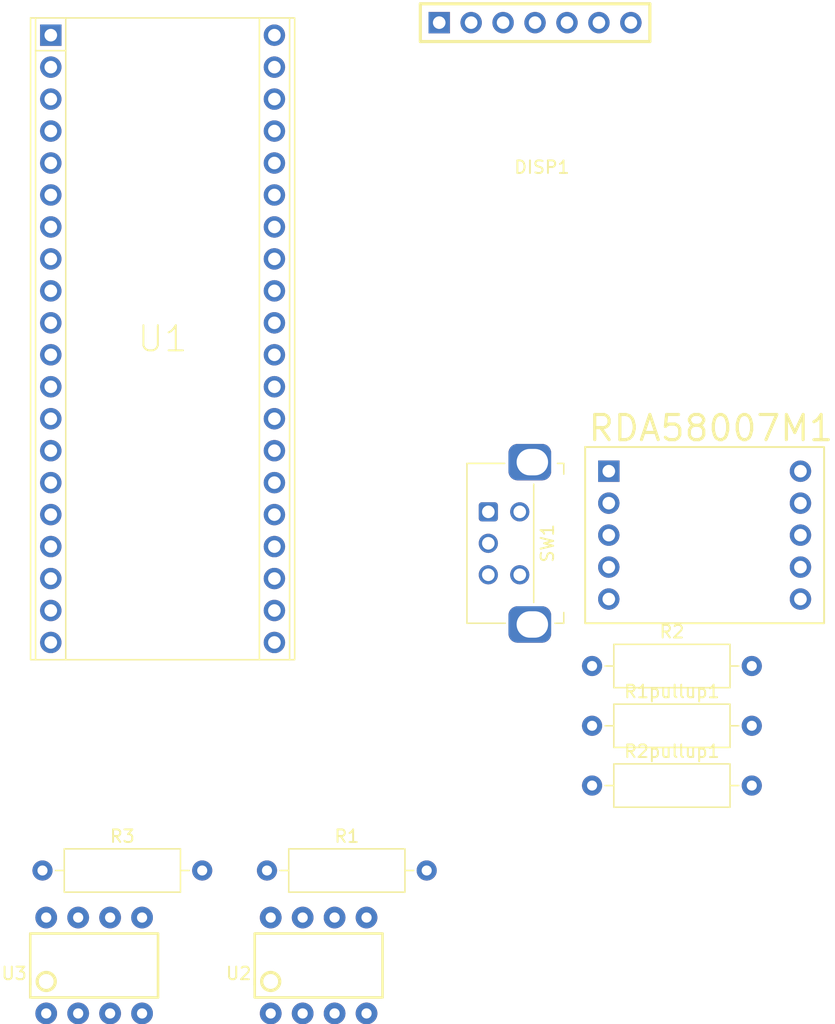
<source format=kicad_pcb>
(kicad_pcb (version 20240108) (generator "pcbnew") (generator_version "8.0")
  (layers (0 "F.Cu" signal) (31 "B.Cu" signal) (34 "B.Paste" user) (35 "F.Paste" user) (36 "B.SilkS" user "B.Silkscreen") (37 "F.SilkS" user "F.Silkscreen") (38 "B.Mask" user) (39 "F.Mask" user) (44 "Edge.Cuts" user))
  (net 0 "")
  (net 1 "+3.3V")
  (net 2 "GPIO6")
  (net 3 "GPIO2")
  (net 4 "GPIO5")
  (net 5 "GPIO3")
  (net 6 "GPIO4")
  (net 7 "GND")
  (net 8 "GPIO27")
  (net 9 "Net-(D1-K)")
  (net 11 "/amplifierR1/IN")
  (net 13 "/amplifierR/IN")
  (net 15 "Net-(AE1-A)")
  (net 16 "GPIO26")
  (net 17 "GPIO18")
  (net 18 "GPIO20")
  (net 19 "GPIO19")
  (net 26 "+5V")
  (net 48 "Net-(C3-Pad2)")
  (net 49 "Net-(U2-+)")
  (net 52 "Net-(C3-Pad1)")
  (net 54 "Net-(C7-Pad2)")
  (net 55 "Net-(C7-Pad1)")
  (net 59 "Net-(U3-+)")
  (footprint "ECE:OLED_Display_1.3" (layer "F.Cu") (at 22.5 33.75)
    (property "Reference" "DISP1" (at 18.29 -20.46 0) (layer "F.SilkS"))
    (property "Value" "OLED Display")
    (fp_line (start 8.62 -33.45) (end 8.62 -30.45) (stroke (width 0.25)) (layer "F.SilkS"))
    (fp_line (start 26.87 -33.45) (end 8.62 -33.45) (stroke (width 0.25)) (layer "F.SilkS"))
    (fp_line (start 26.87 -33.45) (end 26.87 -30.45) (stroke (width 0.25)) (layer "F.SilkS"))
    (fp_line (start 26.87 -30.45) (end 8.62 -30.45) (stroke (width 0.25)) (layer "F.SilkS"))
    (pad "1" thru_hole rect (at 10.12 -31.95 270) (size 1.7 1.7) (drill 1) (layers "*.Cu" "*.Mask") (net 7 "GND"))
    (pad "2" thru_hole circle (at 12.66 -31.95 270) (size 1.7 1.7) (drill 1) (layers "*.Cu" "*.Mask") (net 1 "+3.3V"))
    (pad "3" thru_hole circle (at 15.2 -31.95 270) (size 1.7 1.7) (drill 1) (layers "*.Cu" "*.Mask") (net 3 "GPIO2"))
    (pad "4" thru_hole circle (at 17.74 -31.95 270) (size 1.7 1.7) (drill 1) (layers "*.Cu" "*.Mask") (net 5 "GPIO3"))
    (pad "5" thru_hole circle (at 20.28 -31.95 270) (size 1.7 1.7) (drill 1) (layers "*.Cu" "*.Mask") (net 6 "GPIO4"))
    (pad "6" thru_hole circle (at 22.82 -31.95 270) (size 1.7 1.7) (drill 1) (layers "*.Cu" "*.Mask") (net 4 "GPIO5"))
    (pad "7" thru_hole circle (at 25.36 -31.95 270) (size 1.7 1.7) (drill 1) (layers "*.Cu" "*.Mask") (net 2 "GPIO6"))
  )
  (footprint "ECE:DIP08" (layer "F.Cu") (at 23.0316 76.7236)
    (property "Reference" "U2" (at -6.35929 0.63592 180) (layer "F.SilkS") (effects (font (size 1.001465 1.001465))))
    (property "Value" "LM386")
    (fp_line (start -5.08 -2.54) (end -5.08 1.524) (stroke (width 0.2032)) (layer "F.SilkS"))
    (fp_line (start -5.08 -2.54) (end 5.08 -2.54) (stroke (width 0.2032)) (layer "F.SilkS"))
    (fp_line (start -5.08 1.524) (end -5.08 1.016) (stroke (width 0.2032)) (layer "F.SilkS"))
    (fp_line (start -5.08 2.54) (end -5.08 1.524) (stroke (width 0.2032)) (layer "F.SilkS"))
    (fp_line (start -5.08 2.54) (end 5.08 2.54) (stroke (width 0.2032)) (layer "F.SilkS"))
    (fp_line (start 5.08 -2.54) (end 5.08 2.54) (stroke (width 0.2032)) (layer "F.SilkS"))
    (fp_circle (center -3.81 1.27) (end -3.0916 1.27) (stroke (width 0.254)) (fill none) (layer "F.SilkS"))
    (pad "1" thru_hole circle (at -3.81 3.81) (size 1.7272 1.7272) (drill 0.8128) (layers "*.Cu" "*.Mask"))
    (pad "2" thru_hole circle (at -1.27 3.81) (size 1.7272 1.7272) (drill 0.8128) (layers "*.Cu" "*.Mask") (net 7 "GND"))
    (pad "3" thru_hole circle (at 1.27 3.81) (size 1.7272 1.7272) (drill 0.8128) (layers "*.Cu" "*.Mask") (net 49 "Net-(U2-+)"))
    (pad "4" thru_hole circle (at 3.81 3.81) (size 1.7272 1.7272) (drill 0.8128) (layers "*.Cu" "*.Mask") (net 7 "GND"))
    (pad "5" thru_hole circle (at 3.81 -3.81) (size 1.7272 1.7272) (drill 0.8128) (layers "*.Cu" "*.Mask") (net 52 "Net-(C3-Pad1)"))
    (pad "6" thru_hole circle (at 1.27 -3.81) (size 1.7272 1.7272) (drill 0.8128) (layers "*.Cu" "*.Mask") (net 26 "+5V"))
    (pad "7" thru_hole circle (at -1.27 -3.81) (size 1.7272 1.7272) (drill 0.8128) (layers "*.Cu" "*.Mask"))
    (pad "8" thru_hole circle (at -3.81 -3.81) (size 1.7272 1.7272) (drill 0.8128) (layers "*.Cu" "*.Mask"))
  )
  (footprint "ECE:RDA5807M_Module_TH" (layer "F.Cu") (at 53.725 42.525)
    (property "Reference" "RDA58007M1" (at 0.5 -8.5 0) (layer "F.SilkS") (effects (font (size 2 2) (thickness 0.25))))
    (property "Value" "~")
    (fp_rect (start -9.5 -7) (end 9.5 7) (stroke (width 0.15)) (fill none) (layer "F.SilkS"))
    (pad "1" thru_hole rect (at -7.62 -5.08 180) (size 1.7 1.7) (drill 1) (layers "*.Cu" "*.Mask") (net 16 "GPIO26"))
    (pad "2" thru_hole circle (at -7.62 -2.54 180) (size 1.7 1.7) (drill 1) (layers "*.Cu" "*.Mask") (net 8 "GPIO27"))
    (pad "3" thru_hole circle (at -7.62 0 180) (size 1.7 1.7) (drill 1) (layers "*.Cu" "*.Mask"))
    (pad "4" thru_hole circle (at -7.62 2.54 180) (size 1.7 1.7) (drill 1) (layers "*.Cu" "*.Mask"))
    (pad "5" thru_hole circle (at -7.62 5.08 180) (size 1.7 1.7) (drill 1) (layers "*.Cu" "*.Mask") (net 1 "+3.3V"))
    (pad "6" thru_hole circle (at 7.62 5.08 180) (size 1.7 1.7) (drill 1) (layers "*.Cu" "*.Mask") (net 7 "GND"))
    (pad "7" thru_hole circle (at 7.62 2.54 180) (size 1.7 1.7) (drill 1) (layers "*.Cu" "*.Mask") (net 13 "/amplifierR/IN"))
    (pad "8" thru_hole circle (at 7.62 0 180) (size 1.7 1.7) (drill 1) (layers "*.Cu" "*.Mask") (net 11 "/amplifierR1/IN"))
    (pad "9" thru_hole circle (at 7.62 -2.54 180) (size 1.7 1.7) (drill 1) (layers "*.Cu" "*.Mask"))
    (pad "10" thru_hole circle (at 7.62 -5.08 180) (size 1.7 1.7) (drill 1) (layers "*.Cu" "*.Mask") (net 15 "Net-(AE1-A)"))
  )
  (footprint "Resistor_THT:R_Axial_DIN0309_L9.0mm_D3.2mm_P12.70mm_Horizontal" (layer "F.Cu") (at 44.775 52.925)
    (property "Reference" "R2" (at 6.35 -2.72 0) (layer "F.SilkS"))
    (property "Value" "R")
    (fp_line (start 1.04 0) (end 1.73 0) (stroke (width 0.12)) (layer "F.SilkS"))
    (fp_line (start 1.73 -1.72) (end 1.73 1.72) (stroke (width 0.12)) (layer "F.SilkS"))
    (fp_line (start 1.73 1.72) (end 10.97 1.72) (stroke (width 0.12)) (layer "F.SilkS"))
    (fp_line (start 10.97 -1.72) (end 1.73 -1.72) (stroke (width 0.12)) (layer "F.SilkS"))
    (fp_line (start 10.97 1.72) (end 10.97 -1.72) (stroke (width 0.12)) (layer "F.SilkS"))
    (fp_line (start 11.66 0) (end 10.97 0) (stroke (width 0.12)) (layer "F.SilkS"))
    (pad "1" thru_hole circle (at 0 0) (size 1.6 1.6) (drill 0.8) (layers "*.Cu" "*.Mask") (net 9 "Net-(D1-K)"))
    (pad "2" thru_hole oval (at 12.7 0) (size 1.6 1.6) (drill 0.8) (layers "*.Cu" "*.Mask") (net 7 "GND"))
  )
  (footprint "ECE:DIP08" (layer "F.Cu") (at 5.1816 76.7236)
    (property "Reference" "U3" (at -6.35929 0.63592 180) (layer "F.SilkS") (effects (font (size 1.001465 1.001465))))
    (property "Value" "LM386")
    (fp_line (start -5.08 -2.54) (end -5.08 1.524) (stroke (width 0.2032)) (layer "F.SilkS"))
    (fp_line (start -5.08 -2.54) (end 5.08 -2.54) (stroke (width 0.2032)) (layer "F.SilkS"))
    (fp_line (start -5.08 1.524) (end -5.08 1.016) (stroke (width 0.2032)) (layer "F.SilkS"))
    (fp_line (start -5.08 2.54) (end -5.08 1.524) (stroke (width 0.2032)) (layer "F.SilkS"))
    (fp_line (start -5.08 2.54) (end 5.08 2.54) (stroke (width 0.2032)) (layer "F.SilkS"))
    (fp_line (start 5.08 -2.54) (end 5.08 2.54) (stroke (width 0.2032)) (layer "F.SilkS"))
    (fp_circle (center -3.81 1.27) (end -3.0916 1.27) (stroke (width 0.254)) (fill none) (layer "F.SilkS"))
    (pad "1" thru_hole circle (at -3.81 3.81) (size 1.7272 1.7272) (drill 0.8128) (layers "*.Cu" "*.Mask"))
    (pad "2" thru_hole circle (at -1.27 3.81) (size 1.7272 1.7272) (drill 0.8128) (layers "*.Cu" "*.Mask") (net 7 "GND"))
    (pad "3" thru_hole circle (at 1.27 3.81) (size 1.7272 1.7272) (drill 0.8128) (layers "*.Cu" "*.Mask") (net 59 "Net-(U3-+)"))
    (pad "4" thru_hole circle (at 3.81 3.81) (size 1.7272 1.7272) (drill 0.8128) (layers "*.Cu" "*.Mask") (net 7 "GND"))
    (pad "5" thru_hole circle (at 3.81 -3.81) (size 1.7272 1.7272) (drill 0.8128) (layers "*.Cu" "*.Mask") (net 55 "Net-(C7-Pad1)"))
    (pad "6" thru_hole circle (at 1.27 -3.81) (size 1.7272 1.7272) (drill 0.8128) (layers "*.Cu" "*.Mask") (net 26 "+5V"))
    (pad "7" thru_hole circle (at -1.27 -3.81) (size 1.7272 1.7272) (drill 0.8128) (layers "*.Cu" "*.Mask"))
    (pad "8" thru_hole circle (at -3.81 -3.81) (size 1.7272 1.7272) (drill 0.8128) (layers "*.Cu" "*.Mask"))
  )
  (footprint "Rotary_Encoder:RotaryEncoder_Bourns_Horizontal_PEC12R-2x17F-Sxxxx" (layer "F.Cu") (at 36.525 40.675)
    (property "Reference" "SW1" (at 4.7 2.5 -90) (layer "F.SilkS"))
    (property "Value" "RotaryEncoder_Switch")
    (fp_line (start -1.7 -3.85) (end -1.7 8.85) (stroke (width 0.12)) (layer "F.SilkS"))
    (fp_line (start -1.7 8.85) (end 1.35 8.85) (stroke (width 0.12)) (layer "F.SilkS"))
    (fp_line (start 1.3 -3.85) (end -1.7 -3.85) (stroke (width 0.12)) (layer "F.SilkS"))
    (fp_line (start 3.61 -2.2) (end 3.61 7.2) (stroke (width 0.12)) (layer "F.SilkS"))
    (fp_line (start 5.3 8.85) (end 6 8.85) (stroke (width 0.12)) (layer "F.SilkS"))
    (fp_line (start 6 -3.85) (end 5.5 -3.85) (stroke (width 0.12)) (layer "F.SilkS"))
    (fp_line (start 6 -3) (end 6 -3.85) (stroke (width 0.12)) (layer "F.SilkS"))
    (fp_line (start 6 8.85) (end 6 8) (stroke (width 0.12)) (layer "F.SilkS"))
    (pad "A" thru_hole roundrect (at 0 0 270) (size 1.524 1.524) (drill 1) (layers "*.Cu" "*.Mask") (roundrect_rratio 0.1640419948) (net 17 "GPIO18"))
    (pad "B" thru_hole circle (at 0 5 270) (size 1.524 1.524) (drill 1) (layers "*.Cu" "*.Mask") (net 19 "GPIO19"))
    (pad "C" thru_hole circle (at 0 2.5 270) (size 1.524 1.524) (drill 1) (layers "*.Cu" "*.Mask") (net 1 "+3.3V"))
    (pad "S1" thru_hole circle (at 2.5 0 270) (size 1.524 1.524) (drill 1) (layers "*.Cu" "*.Mask") (net 18 "GPIO20"))
    (pad "S2" thru_hole circle (at 2.5 5 270) (size 1.524 1.524) (drill 1) (layers "*.Cu" "*.Mask") (net 7 "GND"))
    (pad "SH" thru_hole roundrect (at 3.5 -3.95 180) (size 3.4 2.9) (drill oval 2.5 2.1 (offset 0.2 0)) (layers "*.Cu" "*.Mask"))
    (pad "SH" thru_hole roundrect (at 3.5 8.95 180) (size 3.4 2.9) (drill oval 2.5 2.1 (offset 0.2 0)) (layers "*.Cu" "*.Mask"))
  )
  (footprint "Resistor_THT:R_Axial_DIN0309_L9.0mm_D3.2mm_P12.70mm_Horizontal" (layer "F.Cu") (at 44.775 57.675)
    (property "Reference" "R1pullup1" (at 6.35 -2.72 0) (layer "F.SilkS"))
    (property "Value" "2k")
    (fp_line (start 1.04 0) (end 1.73 0) (stroke (width 0.12)) (layer "F.SilkS"))
    (fp_line (start 1.73 -1.72) (end 1.73 1.72) (stroke (width 0.12)) (layer "F.SilkS"))
    (fp_line (start 1.73 1.72) (end 10.97 1.72) (stroke (width 0.12)) (layer "F.SilkS"))
    (fp_line (start 10.97 -1.72) (end 1.73 -1.72) (stroke (width 0.12)) (layer "F.SilkS"))
    (fp_line (start 10.97 1.72) (end 10.97 -1.72) (stroke (width 0.12)) (layer "F.SilkS"))
    (fp_line (start 11.66 0) (end 10.97 0) (stroke (width 0.12)) (layer "F.SilkS"))
    (pad "1" thru_hole circle (at 0 0) (size 1.6 1.6) (drill 0.8) (layers "*.Cu" "*.Mask") (net 1 "+3.3V"))
    (pad "2" thru_hole oval (at 12.7 0) (size 1.6 1.6) (drill 0.8) (layers "*.Cu" "*.Mask") (net 8 "GPIO27"))
  )
  (footprint "Resistor_THT:R_Axial_DIN0309_L9.0mm_D3.2mm_P12.70mm_Horizontal" (layer "F.Cu") (at 18.925 69.175)
    (property "Reference" "R1" (at 6.35 -2.72 0) (layer "F.SilkS"))
    (property "Value" "R 10Ω")
    (fp_line (start 1.04 0) (end 1.73 0) (stroke (width 0.12)) (layer "F.SilkS"))
    (fp_line (start 1.73 -1.72) (end 1.73 1.72) (stroke (width 0.12)) (layer "F.SilkS"))
    (fp_line (start 1.73 1.72) (end 10.97 1.72) (stroke (width 0.12)) (layer "F.SilkS"))
    (fp_line (start 10.97 -1.72) (end 1.73 -1.72) (stroke (width 0.12)) (layer "F.SilkS"))
    (fp_line (start 10.97 1.72) (end 10.97 -1.72) (stroke (width 0.12)) (layer "F.SilkS"))
    (fp_line (start 11.66 0) (end 10.97 0) (stroke (width 0.12)) (layer "F.SilkS"))
    (pad "1" thru_hole circle (at 0 0) (size 1.6 1.6) (drill 0.8) (layers "*.Cu" "*.Mask") (net 48 "Net-(C3-Pad2)"))
    (pad "2" thru_hole oval (at 12.7 0) (size 1.6 1.6) (drill 0.8) (layers "*.Cu" "*.Mask") (net 7 "GND"))
  )
  (footprint "ECE:RPi_Pico_TH" (layer "F.Cu") (at 10.625 26.925)
    (property "Reference" "U1" (at 0 0 0) (layer "F.SilkS") (effects (font (size 2 2))))
    (property "Value" "RPi_Pico_TH")
    (fp_line (start -10.1 -25.5) (end -10.1 25.5) (stroke (width 0.12)) (layer "F.SilkS"))
    (fp_line (start -10.1 -22.9) (end -7.7 -22.9) (stroke (width 0.12)) (layer "F.SilkS"))
    (fp_line (start -7.7 -25.5) (end -7.7 25.5) (stroke (width 0.12)) (layer "F.SilkS"))
    (fp_line (start 7.7 -25.5) (end 7.7 25.5) (stroke (width 0.12)) (layer "F.SilkS"))
    (fp_line (start 10.1 -25.5) (end 10.1 25.5) (stroke (width 0.12)) (layer "F.SilkS"))
    (fp_rect (start -10.5 -25.5) (end 10.5 25.5) (stroke (width 0.12)) (fill none) (layer "F.SilkS"))
    (pad "1" thru_hole rect (at -8.89 -24.13) (size 1.7 1.7) (drill 1) (layers "*.Cu" "*.Mask"))
    (pad "2" thru_hole circle (at -8.89 -21.59) (size 1.7 1.7) (drill 1) (layers "*.Cu" "*.Mask"))
    (pad "3" thru_hole circle (at -8.89 -19.05) (size 1.7 1.7) (drill 1) (layers "*.Cu" "*.Mask"))
    (pad "4" thru_hole circle (at -8.89 -16.51) (size 1.7 1.7) (drill 1) (layers "*.Cu" "*.Mask") (net 3 "GPIO2"))
    (pad "5" thru_hole circle (at -8.89 -13.97) (size 1.7 1.7) (drill 1) (layers "*.Cu" "*.Mask") (net 5 "GPIO3"))
    (pad "6" thru_hole circle (at -8.89 -11.43) (size 1.7 1.7) (drill 1) (layers "*.Cu" "*.Mask") (net 6 "GPIO4"))
    (pad "7" thru_hole circle (at -8.89 -8.89) (size 1.7 1.7) (drill 1) (layers "*.Cu" "*.Mask") (net 4 "GPIO5"))
    (pad "8" thru_hole circle (at -8.89 -6.35) (size 1.7 1.7) (drill 1) (layers "*.Cu" "*.Mask"))
    (pad "9" thru_hole circle (at -8.89 -3.81) (size 1.7 1.7) (drill 1) (layers "*.Cu" "*.Mask") (net 2 "GPIO6"))
    (pad "10" thru_hole circle (at -8.89 -1.27) (size 1.7 1.7) (drill 1) (layers "*.Cu" "*.Mask"))
    (pad "11" thru_hole circle (at -8.89 1.27) (size 1.7 1.7) (drill 1) (layers "*.Cu" "*.Mask"))
    (pad "12" thru_hole circle (at -8.89 3.81) (size 1.7 1.7) (drill 1) (layers "*.Cu" "*.Mask"))
    (pad "13" thru_hole circle (at -8.89 6.35) (size 1.7 1.7) (drill 1) (layers "*.Cu" "*.Mask"))
    (pad "14" thru_hole circle (at -8.89 8.89) (size 1.7 1.7) (drill 1) (layers "*.Cu" "*.Mask"))
    (pad "15" thru_hole circle (at -8.89 11.43) (size 1.7 1.7) (drill 1) (layers "*.Cu" "*.Mask"))
    (pad "16" thru_hole circle (at -8.89 13.97) (size 1.7 1.7) (drill 1) (layers "*.Cu" "*.Mask"))
    (pad "17" thru_hole circle (at -8.89 16.51) (size 1.7 1.7) (drill 1) (layers "*.Cu" "*.Mask"))
    (pad "18" thru_hole circle (at -8.89 19.05) (size 1.7 1.7) (drill 1) (layers "*.Cu" "*.Mask"))
    (pad "19" thru_hole circle (at -8.89 21.59) (size 1.7 1.7) (drill 1) (layers "*.Cu" "*.Mask"))
    (pad "20" thru_hole circle (at -8.89 24.13) (size 1.7 1.7) (drill 1) (layers "*.Cu" "*.Mask"))
    (pad "21" thru_hole circle (at 8.89 24.13) (size 1.7 1.7) (drill 1) (layers "*.Cu" "*.Mask"))
    (pad "22" thru_hole circle (at 8.89 21.59) (size 1.7 1.7) (drill 1) (layers "*.Cu" "*.Mask"))
    (pad "23" thru_hole circle (at 8.89 19.05) (size 1.7 1.7) (drill 1) (layers "*.Cu" "*.Mask"))
    (pad "24" thru_hole circle (at 8.89 16.51) (size 1.7 1.7) (drill 1) (layers "*.Cu" "*.Mask") (net 17 "GPIO18"))
    (pad "25" thru_hole circle (at 8.89 13.97) (size 1.7 1.7) (drill 1) (layers "*.Cu" "*.Mask") (net 19 "GPIO19"))
    (pad "26" thru_hole circle (at 8.89 11.43) (size 1.7 1.7) (drill 1) (layers "*.Cu" "*.Mask") (net 18 "GPIO20"))
    (pad "27" thru_hole circle (at 8.89 8.89) (size 1.7 1.7) (drill 1) (layers "*.Cu" "*.Mask"))
    (pad "28" thru_hole circle (at 8.89 6.35) (size 1.7 1.7) (drill 1) (layers "*.Cu" "*.Mask"))
    (pad "29" thru_hole circle (at 8.89 3.81) (size 1.7 1.7) (drill 1) (layers "*.Cu" "*.Mask"))
    (pad "30" thru_hole circle (at 8.89 1.27) (size 1.7 1.7) (drill 1) (layers "*.Cu" "*.Mask"))
    (pad "31" thru_hole circle (at 8.89 -1.27) (size 1.7 1.7) (drill 1) (layers "*.Cu" "*.Mask") (net 16 "GPIO26"))
    (pad "32" thru_hole circle (at 8.89 -3.81) (size 1.7 1.7) (drill 1) (layers "*.Cu" "*.Mask") (net 8 "GPIO27"))
    (pad "33" thru_hole circle (at 8.89 -6.35) (size 1.7 1.7) (drill 1) (layers "*.Cu" "*.Mask"))
    (pad "34" thru_hole circle (at 8.89 -8.89) (size 1.7 1.7) (drill 1) (layers "*.Cu" "*.Mask"))
    (pad "35" thru_hole circle (at 8.89 -11.43) (size 1.7 1.7) (drill 1) (layers "*.Cu" "*.Mask"))
    (pad "36" thru_hole circle (at 8.89 -13.97) (size 1.7 1.7) (drill 1) (layers "*.Cu" "*.Mask") (net 1 "+3.3V"))
    (pad "37" thru_hole circle (at 8.89 -16.51) (size 1.7 1.7) (drill 1) (layers "*.Cu" "*.Mask"))
    (pad "38" thru_hole circle (at 8.89 -19.05) (size 1.7 1.7) (drill 1) (layers "*.Cu" "*.Mask") (net 7 "GND"))
    (pad "39" thru_hole circle (at 8.89 -21.59) (size 1.7 1.7) (drill 1) (layers "*.Cu" "*.Mask"))
    (pad "40" thru_hole circle (at 8.89 -24.13) (size 1.7 1.7) (drill 1) (layers "*.Cu" "*.Mask") (net 26 "+5V"))
  )
  (footprint "Resistor_THT:R_Axial_DIN0309_L9.0mm_D3.2mm_P12.70mm_Horizontal" (layer "F.Cu") (at 44.775 62.425)
    (property "Reference" "R2pullup1" (at 6.35 -2.72 0) (layer "F.SilkS"))
    (property "Value" "2k")
    (fp_line (start 1.04 0) (end 1.73 0) (stroke (width 0.12)) (layer "F.SilkS"))
    (fp_line (start 1.73 -1.72) (end 1.73 1.72) (stroke (width 0.12)) (layer "F.SilkS"))
    (fp_line (start 1.73 1.72) (end 10.97 1.72) (stroke (width 0.12)) (layer "F.SilkS"))
    (fp_line (start 10.97 -1.72) (end 1.73 -1.72) (stroke (width 0.12)) (layer "F.SilkS"))
    (fp_line (start 10.97 1.72) (end 10.97 -1.72) (stroke (width 0.12)) (layer "F.SilkS"))
    (fp_line (start 11.66 0) (end 10.97 0) (stroke (width 0.12)) (layer "F.SilkS"))
    (pad "1" thru_hole circle (at 0 0) (size 1.6 1.6) (drill 0.8) (layers "*.Cu" "*.Mask") (net 1 "+3.3V"))
    (pad "2" thru_hole oval (at 12.7 0) (size 1.6 1.6) (drill 0.8) (layers "*.Cu" "*.Mask") (net 8 "GPIO27"))
  )
  (footprint "Resistor_THT:R_Axial_DIN0309_L9.0mm_D3.2mm_P12.70mm_Horizontal" (layer "F.Cu") (at 1.075 69.175)
    (property "Reference" "R3" (at 6.35 -2.72 0) (layer "F.SilkS"))
    (property "Value" "R 10Ω")
    (fp_line (start 1.04 0) (end 1.73 0) (stroke (width 0.12)) (layer "F.SilkS"))
    (fp_line (start 1.73 -1.72) (end 1.73 1.72) (stroke (width 0.12)) (layer "F.SilkS"))
    (fp_line (start 1.73 1.72) (end 10.97 1.72) (stroke (width 0.12)) (layer "F.SilkS"))
    (fp_line (start 10.97 -1.72) (end 1.73 -1.72) (stroke (width 0.12)) (layer "F.SilkS"))
    (fp_line (start 10.97 1.72) (end 10.97 -1.72) (stroke (width 0.12)) (layer "F.SilkS"))
    (fp_line (start 11.66 0) (end 10.97 0) (stroke (width 0.12)) (layer "F.SilkS"))
    (pad "1" thru_hole circle (at 0 0) (size 1.6 1.6) (drill 0.8) (layers "*.Cu" "*.Mask") (net 54 "Net-(C7-Pad2)"))
    (pad "2" thru_hole oval (at 12.7 0) (size 1.6 1.6) (drill 0.8) (layers "*.Cu" "*.Mask") (net 7 "GND"))
  )
)
</source>
